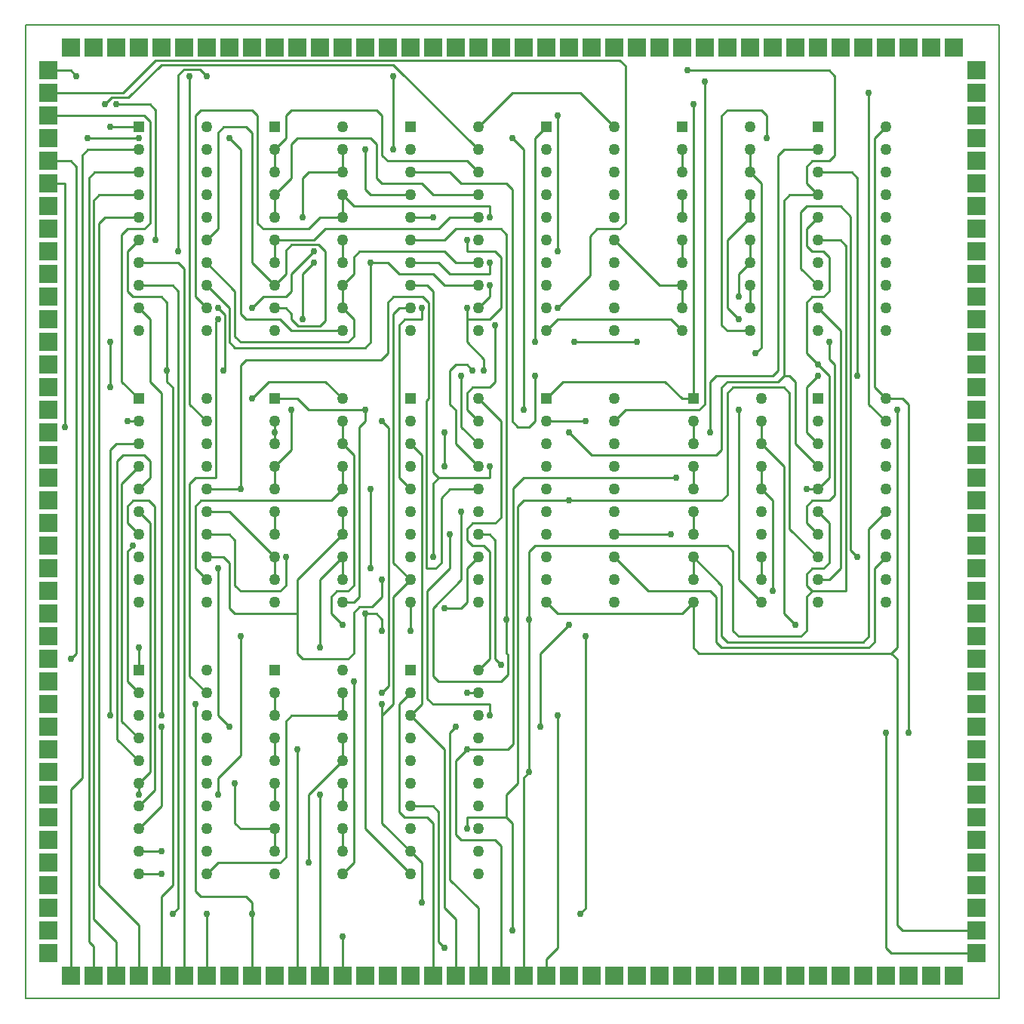
<source format=gbr>
G04 PROTEUS GERBER X2 FILE*
%TF.GenerationSoftware,Labcenter,Proteus,8.13-SP0-Build31525*%
%TF.CreationDate,2022-07-18T16:48:07+00:00*%
%TF.FileFunction,Copper,L2,Bot*%
%TF.FilePolarity,Positive*%
%TF.Part,Single*%
%TF.SameCoordinates,{41493df7-e33e-458f-ac9c-d164e56dbbe3}*%
%FSLAX45Y45*%
%MOMM*%
G01*
%TA.AperFunction,Conductor*%
%ADD10C,0.254000*%
%TA.AperFunction,ViaPad*%
%ADD11C,0.762000*%
%TA.AperFunction,ComponentPad*%
%ADD12R,2.032000X2.032000*%
%TA.AperFunction,ComponentPad*%
%ADD13R,1.270000X1.270000*%
%ADD14C,1.270000*%
%TA.AperFunction,Profile*%
%ADD15C,0.203200*%
%TD.AperFunction*%
D10*
X-571500Y+1270000D02*
X-571500Y+698501D01*
X-381000Y+508000D01*
X-381000Y+508001D01*
X-2667000Y+508000D02*
X-2667000Y+635000D01*
X-2667000Y+762000D01*
X-444500Y+1333500D02*
X-508000Y+1397000D01*
X-635000Y+1397000D01*
X-698500Y+1333500D01*
X-698500Y+952500D01*
X-635000Y+889000D01*
X-635000Y+508000D01*
X-381000Y+254000D01*
X-2667000Y+254000D02*
X-2476500Y+444500D01*
X-2476500Y+889000D01*
X-2667000Y+254000D02*
X-2667000Y+127000D01*
X-2667000Y+0D01*
X-3175000Y+0D02*
X-3048000Y+0D01*
X-3175000Y+0D02*
X-3429000Y+0D01*
X-3048000Y+0D02*
X-3048000Y+1389718D01*
X-2984500Y+1453218D01*
X-1467782Y+1453218D01*
X-1397000Y+1524000D01*
X-1397000Y+2095500D01*
X-1333500Y+2159000D01*
X-1003300Y+2159000D01*
X-939800Y+2095500D01*
X-939800Y+1016000D01*
X-965200Y+990600D01*
X-965200Y-889000D01*
X-857250Y-889000D01*
X-793750Y-825500D01*
X-793750Y-95250D01*
X-698500Y+0D01*
X-381000Y+0D01*
X-2667000Y-254000D02*
X-2667000Y-508000D01*
X-2667000Y-762000D02*
X-3175000Y-254000D01*
X-3429000Y-254000D01*
X-2667000Y-762000D02*
X-2667000Y-1016000D01*
X-1905000Y-762000D02*
X-2159000Y-1016000D01*
X-2159000Y-1778000D01*
X-127000Y-1968500D02*
X-190500Y-1905000D01*
X-190500Y-571500D01*
X-254000Y-508000D01*
X-381000Y-508000D01*
X-2540000Y-762000D02*
X-2540000Y-1079500D01*
X-2603500Y-1143000D01*
X-3048000Y-1143000D01*
X-3111500Y-1079500D01*
X-3111500Y-571500D01*
X-3175000Y-508000D01*
X-3429000Y-508000D01*
X-1905000Y-762000D02*
X-1905000Y-889000D01*
X-1905000Y-1016000D01*
X-2413000Y-1397000D02*
X-3111500Y-1397000D01*
X-3175000Y-1333500D01*
X-3175000Y-825500D01*
X-3238500Y-762000D01*
X-3429000Y-762000D01*
X-1905000Y-508000D02*
X-2413000Y-1016000D01*
X-2413000Y-1397000D01*
X-762000Y-1333500D02*
X-571500Y-1333500D01*
X-508000Y-1270000D01*
X-508000Y-889000D01*
X-381000Y-762000D01*
X-2413000Y-1397000D02*
X-2413000Y-1841500D01*
X-2349500Y-1905000D01*
X-1841500Y-1905000D01*
X-1778000Y-1841500D01*
X-1778000Y-1384300D01*
X-1714500Y-1320800D01*
X-1574800Y-1320800D01*
X-1460500Y-1206500D01*
X-1460500Y-1016000D01*
X-1905000Y-381000D02*
X-1905000Y-254000D01*
X-1905000Y-508000D02*
X-1905000Y-381000D01*
X-1905000Y+0D02*
X-2032000Y-127000D01*
X-3492500Y-127000D01*
X-3556000Y-190500D01*
X-3556000Y-889000D01*
X-3429000Y-1016000D01*
X-1587500Y+0D02*
X-1587500Y-889000D01*
X-1905000Y+127000D02*
X-1905000Y+254000D01*
X-1905000Y+0D02*
X-1905000Y+127000D01*
X-1905000Y+508000D02*
X-1778000Y+381001D01*
X-1778000Y-1079500D01*
X-1841500Y-1143000D01*
X-1968500Y-1143000D01*
X-2032000Y-1206500D01*
X-2032000Y-1397000D01*
X-1905000Y-1524000D01*
X-1905000Y+508001D02*
X-1905000Y+508000D01*
X-1905000Y+762000D01*
X-1905000Y+762001D01*
X-2667000Y-2540000D02*
X-2667000Y-2286000D01*
X-2667000Y-2794000D02*
X-2667000Y-3048000D01*
X-2667000Y-3302000D02*
X-2667000Y-3556000D01*
X-2667000Y-3810000D02*
X-3048000Y-3810000D01*
X-3111500Y-3746500D01*
X-3111500Y-3302000D01*
X-2667000Y-3810000D02*
X-2667000Y-4064000D01*
X-1905000Y-3810000D02*
X-1905000Y-4064000D01*
X-1905000Y-3556000D02*
X-1905000Y-3302000D01*
X-1905000Y-3048000D02*
X-2286000Y-3429000D01*
X-2286000Y-4191000D01*
X-1905000Y-3048000D02*
X-1905000Y-2794000D01*
X-1905000Y-2540000D02*
X-2476499Y-2539999D01*
X-2540000Y-2603500D01*
X-2540000Y-4127500D01*
X-2603500Y-4191000D01*
X-3302000Y-4191000D01*
X-3429000Y-4318000D01*
X-1905000Y-2539999D02*
X-1905000Y-2540000D01*
X-1905000Y-2286000D01*
X-1905000Y-2285999D01*
X+2032000Y+508000D02*
X+2032000Y+762000D01*
X+2032000Y+254000D02*
X+2032000Y+0D01*
X+2032000Y-254000D02*
X+2032000Y-508000D01*
X+2032000Y-762000D02*
X+2349500Y-1079500D01*
X+2349500Y-1651000D01*
X+2413000Y-1714500D01*
X+3937000Y-1714500D01*
X+4000500Y-1651000D01*
X+4000500Y-444500D01*
X+4191000Y-254000D01*
X+2032000Y-762000D02*
X+2032000Y-1016000D01*
X+1778000Y-508000D02*
X+1143000Y-508000D01*
X+2794000Y-762000D02*
X+2794000Y-1016000D01*
X+1143000Y-762000D02*
X+1524000Y-1143000D01*
X+2222500Y-1143000D01*
X+2286000Y-1206500D01*
X+2286000Y-1714500D01*
X+2349500Y-1778000D01*
X+4000500Y-1778000D01*
X+4064000Y-1714500D01*
X+4064000Y-889000D01*
X+4191000Y-762000D01*
X+2794000Y+0D02*
X+2921000Y-127000D01*
X+2921000Y-1143000D01*
X+2794000Y+0D02*
X+2794000Y+254000D01*
X+2794000Y+508000D02*
X+3048000Y+254001D01*
X+3048000Y-1397000D01*
X+3175000Y-1524000D01*
X+2794000Y+508001D02*
X+2794000Y+508000D01*
X+2794000Y+762000D01*
X+2794000Y+762001D01*
X+1905000Y+3556000D02*
X+1905000Y+3810000D01*
X+1905000Y+3302000D02*
X+1905000Y+3048000D01*
X+1905000Y+2794000D02*
X+1905000Y+2540000D01*
X+1905000Y+2286000D02*
X+1651000Y+2286000D01*
X+1143000Y+2794000D01*
X+1905000Y+2286000D02*
X+1905000Y+2032000D01*
X+2667000Y+2286000D02*
X+2667000Y+2032000D01*
X+2667000Y+2540000D02*
X+2540000Y+2413000D01*
X+2540000Y+2159000D01*
X+2667000Y+2540000D02*
X+2667000Y+2794000D01*
X+2667000Y+3048000D02*
X+2413000Y+2794000D01*
X+2413000Y+2032000D01*
X+2540000Y+1905000D01*
X+2667000Y+3048000D02*
X+2667000Y+3302000D01*
X+2667000Y+3556000D02*
X+2794000Y+3429001D01*
X+2794000Y+1587500D01*
X+2730500Y+1524000D01*
X+2667000Y+3556001D02*
X+2667000Y+3556000D01*
X+2667000Y+3810000D01*
X+2667000Y+3810001D01*
X-2667000Y+3810000D02*
X-2540000Y+3937000D01*
X-2540000Y+4191000D01*
X-2476500Y+4254500D01*
X-1524000Y+4254500D01*
X-1460500Y+4191000D01*
X-1460500Y+3746500D01*
X-1397000Y+3683000D01*
X-507999Y+3683000D01*
X-381000Y+3556000D01*
X-381000Y+3556001D01*
X-2667000Y+3810000D02*
X-2667000Y+3556000D01*
X-2667000Y+3302000D02*
X-2476500Y+3492500D01*
X-2476500Y+3873500D01*
X-2413000Y+3937000D01*
X-1587500Y+3937000D01*
X-1524000Y+3873500D01*
X-1524000Y+3492500D01*
X-1460500Y+3429000D01*
X-1016000Y+3429000D01*
X-889000Y+3302000D01*
X-381000Y+3302000D01*
X-2667000Y+3302000D02*
X-2667000Y+3175000D01*
X-2667000Y+3048000D01*
X-2667000Y+2794000D02*
X-2222500Y+2794000D01*
X-2095500Y+2921000D01*
X-825500Y+2921000D01*
X-698500Y+3048000D01*
X-381000Y+3048000D01*
X-2667000Y+2794000D02*
X-2667000Y+2667000D01*
X-2667000Y+2540000D01*
X-2667000Y+2286000D02*
X-2921000Y+2540000D01*
X-2921000Y+4000500D01*
X-2984500Y+4064000D01*
X-3238500Y+4064000D01*
X-3302000Y+4000500D01*
X-3302000Y+2921000D01*
X-3429000Y+2794000D01*
X+508000Y+4191000D02*
X+508000Y+2667000D01*
X-4000500Y+2794000D02*
X-4000500Y+4254500D01*
X-4064000Y+4318000D01*
X-4445000Y+4318000D01*
X-2667000Y+2286000D02*
X-2540000Y+2413000D01*
X-2540000Y+2679700D01*
X-2476500Y+2743200D01*
X-2171700Y+2743200D01*
X-2095500Y+2667000D01*
X-2095500Y+1892300D01*
X-2159000Y+1828800D01*
X-2400300Y+1828800D01*
X-2476500Y+1905000D01*
X-2476500Y+1968500D01*
X-2540000Y+2032000D01*
X-2667000Y+2032000D01*
X-1905000Y+2032000D02*
X-1778000Y+1905000D01*
X-1778000Y+1714500D01*
X-1841500Y+1651000D01*
X-3048000Y+1651000D01*
X-3111500Y+1714500D01*
X-3111500Y+2222500D01*
X-3429000Y+2540000D01*
X-1905000Y+2286000D02*
X-1778000Y+2413000D01*
X-1778000Y+2603500D01*
X-1714500Y+2667000D01*
X-762000Y+2667000D01*
X-635000Y+2540000D01*
X-381000Y+2540000D01*
X-1905000Y+2286000D02*
X-1905000Y+2159000D01*
X-1905000Y+2032000D02*
X-1905000Y+2159000D01*
X-1587500Y+2540000D02*
X-1587500Y+1651000D01*
X-1651000Y+1587500D01*
X-3111500Y+1587500D01*
X-3175000Y+1651000D01*
X-3175000Y+2032000D01*
X-3429000Y+2286000D01*
X-1587500Y+2540000D02*
X-1397000Y+2540000D01*
X-1270000Y+2413000D01*
X-889000Y+2413000D01*
X-762000Y+2286000D01*
X-381000Y+2286000D01*
X-1905000Y+2667000D02*
X-1905000Y+2794000D01*
X-1905000Y+2540000D02*
X-1905000Y+2667000D01*
X-1905000Y+3048000D02*
X-2159000Y+3048000D01*
X-2286000Y+2921000D01*
X-2794000Y+2921000D01*
X-2857500Y+2984500D01*
X-2857500Y+4191000D01*
X-2921000Y+4254500D01*
X-3492500Y+4254500D01*
X-3556000Y+4191000D01*
X-3556000Y+2159000D01*
X-3429000Y+2032000D01*
X-254000Y+2286000D02*
X-254000Y+2159000D01*
X-381000Y+2032000D01*
X-1905000Y+3302000D02*
X-1778000Y+3175000D01*
X-254000Y+3175000D01*
X-254000Y+3048000D01*
X-1905000Y+3048000D02*
X-1905000Y+3302000D01*
X-2222500Y+2540000D02*
X-2349500Y+2413000D01*
X-2349500Y+1905000D01*
X-1905000Y+3556000D02*
X-2285999Y+3556001D01*
X-2349500Y+3492500D01*
X-2349500Y+3048000D01*
X-1905000Y+3556001D02*
X-1905000Y+3556000D01*
X-1905000Y+3810000D01*
X-1905000Y+3810001D01*
X-4191000Y+3810000D02*
X-4762500Y+3810000D01*
X-4826000Y+3746500D01*
X-4826000Y-3238500D01*
X-4953000Y-3365500D01*
X-4953000Y-5461000D01*
X-4191000Y+254000D02*
X-4381500Y+63500D01*
X-4381500Y-2603500D01*
X-4191000Y-2794000D01*
X-2413000Y-2921000D02*
X-2413000Y-5461000D01*
X-4191000Y+0D02*
X-4064000Y+127000D01*
X-4064000Y+317500D01*
X-4127500Y+381000D01*
X-4368800Y+381000D01*
X-4432300Y+317500D01*
X-4432300Y-2806700D01*
X-4191000Y-3048000D01*
X-2159000Y-3429000D02*
X-2159000Y-5461000D01*
X-4191000Y-254000D02*
X-4064000Y-381000D01*
X-4064000Y-3175000D01*
X-4191000Y-3302000D01*
X-1905000Y-5016500D02*
X-1905000Y-5461000D01*
X-4191000Y-3302000D02*
X-4191000Y-3429000D01*
X-4191000Y-508000D02*
X-4318000Y-381000D01*
X-4318000Y-190500D01*
X-4254500Y-127000D01*
X-4076700Y-127000D01*
X-4013200Y-190500D01*
X-4013200Y-3378200D01*
X-4191000Y-3556000D01*
X-3302000Y-889000D02*
X-3302000Y-2540000D01*
X-3175000Y-2667000D01*
X-4191000Y-3810000D02*
X-3937000Y-3556000D01*
X-3937000Y-2667000D01*
X-3302000Y-3429000D02*
X-3302000Y-3238500D01*
X-3048000Y-2984500D01*
X-3048000Y-1651000D01*
X-4191000Y-4064000D02*
X-3937000Y-4064000D01*
X-4191000Y+3556000D02*
X-4686300Y+3556000D01*
X-4749800Y+3492500D01*
X-4749800Y-5080000D01*
X-4699000Y-5130800D01*
X-4699000Y-5461000D01*
X-4191000Y+3302000D02*
X-4635500Y+3302000D01*
X-4699000Y+3238500D01*
X-4699000Y-4826000D01*
X-4445000Y-5080000D01*
X-4445000Y-5461000D01*
X-4191000Y+3048000D02*
X-4572000Y+3048000D01*
X-4635500Y+2984500D01*
X-4635500Y-4445000D01*
X-4191000Y-4889500D01*
X-4191000Y-5461000D01*
X-3873500Y+1333500D02*
X-3873500Y+2095500D01*
X-3937000Y+2159000D01*
X-4254500Y+2159000D01*
X-4318000Y+2222500D01*
X-4318000Y+2667000D01*
X-4191000Y+2794000D01*
X-3873500Y+1333500D02*
X-3873500Y+1206500D01*
X-3810000Y+1143000D01*
X-3810000Y-4445000D01*
X-3937000Y-4572000D01*
X-3937000Y-5461000D01*
X-2921000Y+2032000D02*
X-2794000Y+2159000D01*
X-2540000Y+2159000D01*
X-2476500Y+2222500D01*
X-2476500Y+2413000D01*
X-2222500Y+2667000D01*
X-3238500Y+1333500D02*
X-3225800Y+1346200D01*
X-3225800Y+1955800D01*
X-3302000Y+2032000D01*
X-4191000Y+2540000D02*
X-3746500Y+2540000D01*
X-3683000Y+2476500D01*
X-3683000Y-5461000D01*
X-4191000Y+2286000D02*
X-3810000Y+2286000D01*
X-3746500Y+2222500D01*
X-3746500Y-4699000D01*
X-3810000Y-4762500D01*
X-3429000Y-4762500D02*
X-3429000Y-5461000D01*
X-4191000Y+2032000D02*
X-4064000Y+1905000D01*
X-4064000Y+1206500D01*
X-3937000Y+1079500D01*
X-3937000Y-2540000D01*
X-4191000Y-2286000D02*
X-4318000Y-2159000D01*
X-4318000Y-698500D01*
X-4254500Y-635000D01*
X-4318000Y+762000D02*
X-4191000Y+762000D01*
X-2921000Y-4762500D02*
X-2921000Y-5461000D01*
X+825500Y-1651000D02*
X+825500Y-4699000D01*
X+762000Y-4762500D01*
X+825500Y+762000D02*
X+381000Y+762000D01*
X-2921000Y-4699000D02*
X-2921000Y-4762500D01*
X-2921000Y-4699000D02*
X-2921000Y-4635500D01*
X-2984500Y-4572000D01*
X-3492500Y-4572000D01*
X-3556000Y-4508500D01*
X-3556000Y-2413000D01*
X-4191000Y+508000D02*
X-4445000Y+508000D01*
X-4508500Y+444500D01*
X-4508500Y-2540000D01*
X+2222500Y+635000D02*
X+2222500Y+1206500D01*
X+2286000Y+1270000D01*
X+2921000Y+1270000D01*
X+2984500Y+1333500D01*
X+2984500Y+3746500D01*
X+3048000Y+3810000D01*
X+3429000Y+3810000D01*
X-1143000Y-2286000D02*
X-1270000Y-2413000D01*
X-1270000Y-3619500D01*
X-1206500Y-3683000D01*
X-952500Y-3683000D01*
X-889000Y-3746500D01*
X-889000Y-5461000D01*
X+127000Y+889000D02*
X+127000Y+3810000D01*
X+0Y+3937000D01*
X-1460500Y-2286000D02*
X-1384300Y-2209800D01*
X-1384300Y+685800D01*
X-1460500Y+762000D01*
X+254000Y+1270000D02*
X+254000Y+762000D01*
X+190500Y+698500D01*
X+63500Y+698500D01*
X+0Y+762000D01*
X+0Y+3365500D01*
X-63500Y+3429000D01*
X-571500Y+3429000D01*
X-698500Y+3556000D01*
X-1143000Y+3556000D01*
X-1143000Y-2540000D02*
X-762000Y-2921000D01*
X-762000Y-4699000D01*
X-635000Y-4826000D01*
X-635000Y-5461000D01*
X-1143000Y+508000D02*
X-1016000Y+381000D01*
X-1016000Y-2413000D01*
X-1143000Y-2540000D01*
X+3873500Y+1270000D02*
X+3873500Y+3492500D01*
X+3810000Y+3556000D01*
X+3429000Y+3556000D01*
X+3429000Y+1270000D02*
X+3302000Y+1143000D01*
X+3302000Y+635000D01*
X+3429000Y+508000D01*
X+3048000Y+1270000D02*
X+2984500Y+1206500D01*
X+2413000Y+1206500D01*
X+2349500Y+1143000D01*
X+2349500Y+444500D01*
X+2286000Y+381000D01*
X+889000Y+381000D01*
X+635000Y+635000D01*
X+3048000Y+1270000D02*
X+3111500Y+1270000D01*
X+3175000Y+1206500D01*
X+3175000Y+508000D01*
X+3429000Y+254000D01*
X-635000Y-2667000D02*
X-698500Y-2730500D01*
X-698500Y-4381500D01*
X-381000Y-4699000D01*
X-381000Y-5461000D01*
X+317500Y-2667000D02*
X+317500Y-1841500D01*
X+635000Y-1524000D01*
X-762000Y+635000D02*
X-762000Y+254000D01*
X-1651000Y+3810000D02*
X-1651000Y+3365500D01*
X-1587500Y+3302000D01*
X-1143000Y+3302000D01*
X-1333500Y+4635500D02*
X-1333500Y+3810000D01*
X+3429000Y+3302000D02*
X+3302000Y+3429000D01*
X+3302000Y+3619500D01*
X+3365500Y+3683000D01*
X+3556000Y+3683000D01*
X+3619500Y+3746500D01*
X+3619500Y+4635500D01*
X+3556000Y+4699000D01*
X+1968500Y+4699000D01*
X+3429000Y+3302000D02*
X+3111500Y+3302000D01*
X+3048000Y+3238500D01*
X+3048000Y+1270000D01*
X-508000Y+2794000D02*
X-508000Y+2667000D01*
X-190500Y+2667000D01*
X-127000Y+2603500D01*
X-127000Y+2032000D01*
X-254000Y+1905000D01*
X-508000Y+1905000D01*
X-317500Y+1333500D02*
X-317500Y+1460500D01*
X-508000Y+1651000D01*
X-508000Y+1905000D01*
X-508000Y-2921000D02*
X-635000Y-3048000D01*
X-635000Y-3873500D01*
X-571500Y-3937000D01*
X-190500Y-3937000D01*
X-127000Y-4000500D01*
X-127000Y-5461000D01*
X-508000Y-2921000D02*
X-50800Y-2921000D01*
X+12700Y-2857500D01*
X+12700Y+12700D01*
X+127000Y+127000D01*
X+1841500Y+127000D01*
X+3429000Y+0D02*
X+3302000Y+0D01*
X+3429000Y+1397000D02*
X+3302000Y+1524000D01*
X+3302000Y+2095500D01*
X+3365500Y+2159000D01*
X+3492500Y+2159000D01*
X+3556000Y+2222500D01*
X+3556000Y+2603500D01*
X+3492500Y+2667000D01*
X+3365500Y+2667000D01*
X+3302000Y+2730500D01*
X+3302000Y+2921000D01*
X+3429000Y+3048000D01*
X-889000Y+3048000D02*
X-1143000Y+3048000D01*
X-508000Y+2032000D02*
X-508000Y+1905000D01*
X-1016000Y+2032000D02*
X-1016000Y+1905000D01*
X-1206500Y+1905000D01*
X-1270000Y+1841500D01*
X-1270000Y+127000D01*
X-1143000Y+0D01*
X+3429000Y+0D02*
X+3556000Y+127000D01*
X+3556000Y+1270000D01*
X+3429000Y+1397000D01*
X-63500Y-1333500D02*
X-63500Y+2857500D01*
X-127000Y+2921000D01*
X-635000Y+2921000D01*
X-762000Y+2794000D01*
X-1143000Y+2794000D01*
X+3746500Y-1143000D02*
X+3746500Y+2730500D01*
X+3683000Y+2794000D01*
X+3429000Y+2794000D01*
X+190500Y-3175000D02*
X+127000Y-3238500D01*
X+127000Y-5461000D01*
X+3746500Y-1143000D02*
X+3365500Y-1143000D01*
X+190500Y-1460500D02*
X+190500Y-698500D01*
X+254000Y-635000D01*
X+2413000Y-635000D01*
X+2476500Y-698500D01*
X+2476500Y-1587500D01*
X+2540000Y-1651000D01*
X+3238500Y-1651000D01*
X+3302000Y-1587500D01*
X+3302000Y-1206500D01*
X+3365500Y-1143000D01*
X+3302000Y-1079500D01*
X+3302000Y-952500D01*
X+3365500Y-889000D01*
X+3492500Y-889000D01*
X+3556000Y-825500D01*
X+3556000Y-381000D01*
X+3429000Y-254000D01*
X+190500Y-3048000D02*
X+190500Y-1460500D01*
X+190500Y-3048000D02*
X+190500Y-3175000D01*
X-63500Y-1460500D02*
X-63500Y-1333500D01*
X-63500Y-1841500D02*
X-50800Y-1854200D01*
X-50800Y-2082800D01*
X-127000Y-2159000D01*
X-825500Y-2159000D01*
X-889000Y-2095500D01*
X-889000Y-1333500D01*
X-571500Y-1016000D01*
X-571500Y-254000D01*
X-63500Y-1841500D02*
X-63500Y-1460500D01*
X+508000Y-2540000D02*
X+508000Y-5143500D01*
X+381000Y-5270500D01*
X-762000Y-5143500D02*
X-825500Y-5080000D01*
X-825500Y-3619500D01*
X-889000Y-3556000D01*
X-1143000Y-3556000D01*
X-254000Y+2540000D02*
X-254000Y+2413000D01*
X-698500Y+2413000D01*
X-825500Y+2540000D01*
X-1143000Y+2540000D01*
X+1397000Y+1651000D02*
X+698500Y+1651000D01*
X+3429000Y-508000D02*
X+3302000Y-381000D01*
X+3302000Y-190500D01*
X+3365500Y-127000D01*
X+3556000Y-127000D01*
X+3619500Y-63500D01*
X+3619500Y+1397000D01*
X+3556000Y+1460500D01*
X+3556000Y+1651000D01*
X-698500Y-508000D02*
X-698500Y-889000D01*
X-952500Y-1143000D01*
X-952500Y-2349500D01*
X-889000Y-2413000D01*
X-254000Y-2413000D01*
X-254000Y-2540000D01*
X+381000Y-5461000D02*
X+381000Y-5270500D01*
X-63500Y-3683000D02*
X-63500Y-3429000D01*
X+63500Y-3302000D01*
X+63500Y-190500D01*
X+127000Y-127000D01*
X+635000Y-127000D01*
X+3429000Y-762000D02*
X+3111500Y-444500D01*
X+3111500Y+1079500D01*
X+3048000Y+1143000D01*
X+2476500Y+1143000D01*
X+2413000Y+1079500D01*
X+2413000Y-63500D01*
X+2349500Y-127000D01*
X+635000Y-127000D01*
X-825500Y+127000D02*
X-889000Y+190500D01*
X-889000Y+2222500D01*
X-952500Y+2286000D01*
X-1143000Y+2286000D01*
X-825500Y+127000D02*
X-254000Y+127000D01*
X-254000Y+254000D01*
X-63500Y-3683000D02*
X+0Y-3746500D01*
X+0Y-4953000D01*
X+3873500Y-762000D02*
X+3797300Y-685800D01*
X+3797300Y+3060700D01*
X+3683000Y+3175000D01*
X+3302000Y+3175000D01*
X+3238500Y+3111500D01*
X+3238500Y+2476500D01*
X+3429000Y+2286000D01*
X-825500Y+127000D02*
X-889000Y+63500D01*
X-889000Y-762000D01*
X-63500Y-3683000D02*
X-508000Y-3683000D01*
X-508000Y-3810000D01*
X-1143000Y-4064000D02*
X-1460500Y-3746500D01*
X-1460500Y-2540000D01*
X-1143000Y-1016000D02*
X-1333500Y-1206500D01*
X-1333500Y-2413000D01*
X-1460500Y-2540000D01*
X-1143000Y-1016000D02*
X-1333500Y-825500D01*
X-1333500Y+1968500D01*
X-1270000Y+2032000D01*
X-1143000Y+2032000D01*
X-1460500Y-2413000D02*
X-1460500Y-2540000D01*
X+3556000Y-1016000D02*
X+3683000Y-889000D01*
X+3683000Y+1778000D01*
X+3429000Y+2032000D01*
X-1143000Y-4064000D02*
X-1016000Y-4191000D01*
X-1016000Y-4635500D01*
X+3429000Y-1016000D02*
X+3556000Y-1016000D01*
X+4254500Y-1841500D02*
X+4318000Y-1905000D01*
X+4318000Y-4889500D01*
X+4381500Y-4953000D01*
X+5207000Y-4953000D01*
X-1651000Y-1397000D02*
X-1524000Y-1397000D01*
X-1460500Y-1460500D01*
X-1460500Y-1587500D01*
X+2032000Y-1270000D02*
X+2032000Y-1778000D01*
X+2095500Y-1841500D01*
X+4254500Y-1841500D01*
X+2032000Y-1270000D02*
X+1905000Y-1397000D01*
X+508000Y-1397000D01*
X+381000Y-1270000D01*
X+1905000Y+1778000D02*
X+1778000Y+1905000D01*
X+508000Y+1905000D01*
X+381000Y+1778000D01*
X-1143000Y-1587500D02*
X-1143000Y-1270000D01*
X-3937000Y-4318000D02*
X-4191000Y-4318000D01*
X+4254500Y-1841500D02*
X+4318000Y-1778000D01*
X+4318000Y+889000D01*
X-1143000Y-4318000D02*
X-1651000Y-3810000D01*
X-1651000Y-1397000D01*
X-4762500Y+3937000D02*
X-4191000Y+3937000D01*
X-4572000Y+4318000D02*
X-4495800Y+4394200D01*
X-4305300Y+4394200D01*
X-3937000Y+4762500D01*
X-1333499Y+4762500D01*
X-381000Y+3810000D01*
X-381000Y+3810001D01*
X-3175000Y+3937000D02*
X-3048000Y+3810000D01*
X-3048000Y+1968500D01*
X-2984500Y+1905000D01*
X-2603500Y+1905000D01*
X-2476500Y+1778000D01*
X-1905000Y+1778000D01*
X-4191000Y+4064000D02*
X-4191001Y+4063999D01*
X-4508499Y+4063999D01*
X-4508500Y+4064000D01*
X+2857500Y+3937000D02*
X+2857500Y+4191000D01*
X+2794000Y+4254500D01*
X+2413000Y+4254500D01*
X+2349500Y+4191000D01*
X+2349500Y+1841500D01*
X+2413000Y+1778000D01*
X+2667000Y+1778000D01*
X-4508500Y+1651000D02*
X-4508500Y+1143000D01*
X+381000Y+4064000D02*
X+254000Y+3937000D01*
X+254000Y+1651000D01*
X-3619500Y+4635500D02*
X-3619500Y+952501D01*
X-3429000Y+762000D01*
X-3429000Y+762001D01*
X-4889500Y+4635500D02*
X-4953000Y+4699000D01*
X-5207000Y+4699000D01*
X+508000Y+2032000D02*
X+873034Y+2397034D01*
X+873034Y+2841534D01*
X+952500Y+2921000D01*
X+1206500Y+2921000D01*
X+1270000Y+2984500D01*
X+1270000Y+4749800D01*
X+1206500Y+4813300D01*
X-4000500Y+4813300D01*
X-4368800Y+4445000D01*
X-5207000Y+4445000D01*
X-190500Y+1841500D02*
X-190500Y+1206500D01*
X-254000Y+1143000D01*
X-444500Y+1143000D01*
X-508000Y+1079500D01*
X-508000Y+889001D01*
X-381000Y+762000D01*
X-381000Y+762001D01*
X-4191000Y+1016000D02*
X-4381500Y+1206500D01*
X-4381500Y+2857500D01*
X-4318000Y+2921000D01*
X-4127500Y+2921000D01*
X-4064000Y+2984500D01*
X-4064000Y+4127500D01*
X-4127500Y+4191000D01*
X-5207000Y+4191000D01*
X-1651000Y+889000D02*
X-1651000Y+762000D01*
X-1714500Y+698500D01*
X-1714500Y-1206500D01*
X-1778000Y-1270000D01*
X-1905000Y-1270000D01*
X-2667000Y+1016000D02*
X-2413000Y+1016000D01*
X-2286000Y+889000D01*
X-1651000Y+889000D01*
X-3746500Y+2667000D02*
X-3746500Y+4648200D01*
X-3683000Y+4711700D01*
X-3505200Y+4711700D01*
X-3429000Y+4635500D01*
X-3302000Y+1905000D02*
X-3321050Y+1885950D01*
X-3321050Y+127000D01*
X-3556000Y+127000D01*
X-3619500Y+63500D01*
X-3619500Y-2095499D01*
X-3429000Y-2286000D01*
X-3429000Y-2285999D01*
X-4953000Y-1905000D02*
X-4889500Y-1841500D01*
X-4889500Y+3619500D01*
X-4953000Y+3683000D01*
X-5207000Y+3683000D01*
X-508000Y-2286000D02*
X-381000Y-2286000D01*
X-381001Y-2286000D01*
X-381000Y-2285999D01*
X-5016500Y+698500D02*
X-5016500Y+3429000D01*
X-5207000Y+3429000D01*
X-4191000Y-2032000D02*
X-4191000Y-1778000D01*
X-1778000Y-2159000D02*
X-1778000Y-4191000D01*
X-1905000Y-4318000D01*
X+2159000Y+4572000D02*
X+2159000Y+952500D01*
X+2095500Y+889000D01*
X+1269999Y+889000D01*
X+1143000Y+762000D01*
X+1143000Y+762001D01*
X+4000500Y+4445000D02*
X+4000500Y+952501D01*
X+4191000Y+762000D01*
X+4191000Y+762001D01*
X+2540000Y+889000D02*
X+2540000Y-1016000D01*
X+2794000Y-1270000D01*
X+2032000Y+1016000D02*
X+1905000Y+1016000D01*
X+1714500Y+1206500D01*
X+571500Y+1206500D01*
X+381000Y+1016000D01*
X+2032000Y+1016000D02*
X+2032000Y+4318000D01*
X+4191000Y+1016000D02*
X+4381500Y+1016000D01*
X+4445000Y+952500D01*
X+4445000Y-2730500D01*
X+4191000Y-2730500D02*
X+4191000Y-5143500D01*
X+4254500Y-5207000D01*
X+5207000Y-5207000D01*
X+4191000Y+4064000D02*
X+4064000Y+3937000D01*
X+4064000Y+1143000D01*
X+4191000Y+1016000D01*
X-381000Y+1016000D02*
X-127000Y+762000D01*
X-127000Y-317500D01*
X-190500Y-381000D01*
X-444500Y-381000D01*
X-508000Y-444500D01*
X-508000Y-571500D01*
X-444500Y-635000D01*
X-317500Y-635000D01*
X-254000Y-698500D01*
X-254000Y-1905000D01*
X-381000Y-2032000D01*
X-381000Y+4064000D02*
X+0Y+4445000D01*
X+762000Y+4445000D01*
X+1143000Y+4064000D01*
X-1905000Y+1016000D02*
X-2095500Y+1206500D01*
X-2730500Y+1206500D01*
X-2921000Y+1016000D01*
D11*
X-571500Y+1270000D03*
X-2667000Y+635000D03*
X-444500Y+1333500D03*
X-2476500Y+889000D03*
X-3048000Y+0D03*
X-2159000Y-1778000D03*
X-127000Y-1968500D03*
X-2540000Y-762000D03*
X-762000Y-1333500D03*
X-1460500Y-1016000D03*
X-1587500Y-889000D03*
X-1587500Y+0D03*
X-1905000Y-1524000D03*
X-3111500Y-3302000D03*
X-2286000Y-4191000D03*
X+1778000Y-508000D03*
X+2921000Y-1143000D03*
X+3175000Y-1524000D03*
X+2540000Y+2159000D03*
X+2540000Y+1905000D03*
X+2730500Y+1524000D03*
X+508000Y+2667000D03*
X+508000Y+4191000D03*
X-4445000Y+4318000D03*
X-4000500Y+2794000D03*
X-1587500Y+2540000D03*
X-254000Y+2286000D03*
X-254000Y+3048000D03*
X-2349500Y+1905000D03*
X-2222500Y+2540000D03*
X-2349500Y+3048000D03*
X-2413000Y-2921000D03*
X-2159000Y-3429000D03*
X-1905000Y-5016500D03*
X-4191000Y-3429000D03*
X-3175000Y-2667000D03*
X-3937000Y-2667000D03*
X-3302000Y-889000D03*
X-3048000Y-1651000D03*
X-3302000Y-3429000D03*
X-3937000Y-4064000D03*
X-2222500Y+2667000D03*
X-2921000Y+2032000D03*
X-3302000Y+2032000D03*
X-3238500Y+1333500D03*
X-3873500Y+1333500D03*
X-3810000Y-4762500D03*
X-3429000Y-4762500D03*
X-3937000Y-2540000D03*
X-4254500Y-635000D03*
X-4318000Y+762000D03*
X-2921000Y-4762500D03*
X+762000Y-4762500D03*
X+825500Y-1651000D03*
X+825500Y+762000D03*
X-3556000Y-2413000D03*
X-4508500Y-2540000D03*
X+0Y+3937000D03*
X-1460500Y+762000D03*
X-1460500Y-2286000D03*
X+127000Y+889000D03*
X+2222500Y+635000D03*
X+3873500Y+1270000D03*
X+254000Y+1270000D03*
X+3429000Y+1270000D03*
X+635000Y+635000D03*
X-635000Y-2667000D03*
X+635000Y-1524000D03*
X+317500Y-2667000D03*
X-762000Y+254000D03*
X-762000Y+635000D03*
X-1651000Y+3810000D03*
X-1333500Y+3810000D03*
X-1333500Y+4635500D03*
X+1968500Y+4699000D03*
X+1841500Y+127000D03*
X+3302000Y+0D03*
X-889000Y+3048000D03*
X-508000Y+2794000D03*
X-1016000Y+2032000D03*
X-508000Y+2032000D03*
X+3429000Y+1397000D03*
X-317500Y+1333500D03*
X-508000Y-2921000D03*
X+190500Y-3175000D03*
X+190500Y-1460500D03*
X-63500Y-1460500D03*
X-571500Y-254000D03*
X-762000Y-5143500D03*
X-254000Y+2540000D03*
X+698500Y+1651000D03*
X+1397000Y+1651000D03*
X+3556000Y+1651000D03*
X-254000Y-2540000D03*
X-698500Y-508000D03*
X+508000Y-2540000D03*
X-254000Y+254000D03*
X+0Y-4953000D03*
X+3873500Y-762000D03*
X-889000Y-762000D03*
X-508000Y-3810000D03*
X+635000Y-127000D03*
X-1460500Y-2413000D03*
X-1016000Y-4635500D03*
X-1460500Y-1587500D03*
X-3937000Y-4318000D03*
X+4318000Y+889000D03*
X-1651000Y-1397000D03*
X-1143000Y-1587500D03*
X-4191000Y+3937000D03*
X-4762500Y+3937000D03*
X-4572000Y+4318000D03*
X-3175000Y+3937000D03*
X-4508500Y+4064000D03*
X+2857500Y+3937000D03*
X-4508500Y+1143000D03*
X-4508500Y+1651000D03*
X+254000Y+1651000D03*
X-3619500Y+4635500D03*
X-4889500Y+4635500D03*
X+508000Y+2032000D03*
X-190500Y+1841500D03*
X-1651000Y+889000D03*
X-3429000Y+4635500D03*
X-3746500Y+2667000D03*
X-3302000Y+1905000D03*
X-4953000Y-1905000D03*
X-508000Y-2286000D03*
X-5016500Y+698500D03*
X-4191000Y-1778000D03*
X-1778000Y-2159000D03*
X+2159000Y+4572000D03*
X+4000500Y+4445000D03*
X+2032000Y+4318000D03*
X+2540000Y+889000D03*
X+4445000Y-2730500D03*
X+4191000Y-2730500D03*
X-2921000Y+1016000D03*
D12*
X-2921000Y+4953000D03*
X-2667000Y+4953000D03*
X-2413000Y+4953000D03*
X-2159000Y+4953000D03*
X-1905000Y+4953000D03*
X-1651000Y+4953000D03*
X-1397000Y+4953000D03*
X-1143000Y+4953000D03*
X-889000Y+4953000D03*
X-635000Y+4953000D03*
X-381000Y+4953000D03*
X-127000Y+4953000D03*
X+127000Y+4953000D03*
X+381000Y+4953000D03*
X+635000Y+4953000D03*
X+889000Y+4953000D03*
X+1143000Y+4953000D03*
X+1397000Y+4953000D03*
X+1651000Y+4953000D03*
X+1905000Y+4953000D03*
X+2159000Y+4953000D03*
X+2413000Y+4953000D03*
X+2667000Y+4953000D03*
X+2921000Y+4953000D03*
X+3175000Y+4953000D03*
X+3429000Y+4953000D03*
X+3683000Y+4953000D03*
X+3937000Y+4953000D03*
X+4191000Y+4953000D03*
X+4445000Y+4953000D03*
X+4699000Y+4953000D03*
X+4953000Y+4953000D03*
X-4953000Y+4953000D03*
X-4699000Y+4953000D03*
X-4445000Y+4953000D03*
X-4191000Y+4953000D03*
X-3937000Y+4953000D03*
X-3683000Y+4953000D03*
X-3429000Y+4953000D03*
X-3175000Y+4953000D03*
X-4953000Y-5461000D03*
X-4699000Y-5461000D03*
X-4445000Y-5461000D03*
X-4191000Y-5461000D03*
X-3937000Y-5461000D03*
X-3683000Y-5461000D03*
X-3429000Y-5461000D03*
X-3175000Y-5461000D03*
X-2921000Y-5461000D03*
X-2667000Y-5461000D03*
X-2413000Y-5461000D03*
X-2159000Y-5461000D03*
X-1905000Y-5461000D03*
X-1651000Y-5461000D03*
X-1397000Y-5461000D03*
X-1143000Y-5461000D03*
X-889000Y-5461000D03*
X-635000Y-5461000D03*
X-381000Y-5461000D03*
X-127000Y-5461000D03*
X+127000Y-5461000D03*
X+381000Y-5461000D03*
X+635000Y-5461000D03*
X+889000Y-5461000D03*
X+1143000Y-5461000D03*
X+1397000Y-5461000D03*
X+1651000Y-5461000D03*
X+1905000Y-5461000D03*
X+2159000Y-5461000D03*
X+2413000Y-5461000D03*
X+2667000Y-5461000D03*
X+2921000Y-5461000D03*
X+3175000Y-5461000D03*
X+3429000Y-5461000D03*
X+3683000Y-5461000D03*
X+3937000Y-5461000D03*
X+4191000Y-5461000D03*
X+4445000Y-5461000D03*
X+4699000Y-5461000D03*
X+4953000Y-5461000D03*
X-5207000Y+4699000D03*
X-5207000Y+4445000D03*
X-5207000Y+4191000D03*
X-5207000Y+3937000D03*
X-5207000Y+3683000D03*
X-5207000Y+3429000D03*
X-5207000Y+3175000D03*
X-5207000Y+2921000D03*
X-5207000Y+2667000D03*
X-5207000Y+2413000D03*
X-5207000Y+2159000D03*
X-5207000Y+1905000D03*
X-5207000Y+1651000D03*
X-5207000Y+1397000D03*
X-5207000Y+1143000D03*
X-5207000Y+889000D03*
X-5207000Y+635000D03*
X-5207000Y+381000D03*
X-5207000Y+127000D03*
X-5207000Y-127000D03*
X-5207000Y-381000D03*
X-5207000Y-635000D03*
X-5207000Y-889000D03*
X-5207000Y-1143000D03*
X-5207000Y-1397000D03*
X-5207000Y-1651000D03*
X-5207000Y-1905000D03*
X-5207000Y-2159000D03*
X-5207000Y-2413000D03*
X-5207000Y-2667000D03*
X-5207000Y-2921000D03*
X-5207000Y-3175000D03*
X-5207000Y-3429000D03*
X-5207000Y-3683000D03*
X-5207000Y-3937000D03*
X-5207000Y-4191000D03*
X-5207000Y-4445000D03*
X-5207000Y-4699000D03*
X-5207000Y-4953000D03*
X-5207000Y-5207000D03*
X+5207000Y+4699000D03*
X+5207000Y+4445000D03*
X+5207000Y+4191000D03*
X+5207000Y+3937000D03*
X+5207000Y+3683000D03*
X+5207000Y+3429000D03*
X+5207000Y+3175000D03*
X+5207000Y+2921000D03*
X+5207000Y+2667000D03*
X+5207000Y+2413000D03*
X+5207000Y+2159000D03*
X+5207000Y+1905000D03*
X+5207000Y+1651000D03*
X+5207000Y+1397000D03*
X+5207000Y+1143000D03*
X+5207000Y+889000D03*
X+5207000Y+635000D03*
X+5207000Y+381000D03*
X+5207000Y+127000D03*
X+5207000Y-127000D03*
X+5207000Y-381000D03*
X+5207000Y-635000D03*
X+5207000Y-889000D03*
X+5207000Y-1143000D03*
X+5207000Y-1397000D03*
X+5207000Y-1651000D03*
X+5207000Y-1905000D03*
X+5207000Y-2159000D03*
X+5207000Y-2413000D03*
X+5207000Y-2667000D03*
X+5207000Y-2921000D03*
X+5207000Y-3175000D03*
X+5207000Y-3429000D03*
X+5207000Y-3683000D03*
X+5207000Y-3937000D03*
X+5207000Y-4191000D03*
X+5207000Y-4445000D03*
X+5207000Y-4699000D03*
X+5207000Y-4953000D03*
X+5207000Y-5207000D03*
D13*
X-2667000Y+4064000D03*
D14*
X-2667000Y+3810000D03*
X-2667000Y+3556000D03*
X-2667000Y+3302000D03*
X-2667000Y+3048000D03*
X-2667000Y+2794000D03*
X-2667000Y+2540000D03*
X-2667000Y+2286000D03*
X-2667000Y+2032000D03*
X-2667000Y+1778000D03*
X-1905000Y+1778000D03*
X-1905000Y+2032000D03*
X-1905000Y+2286000D03*
X-1905000Y+2540000D03*
X-1905000Y+2794000D03*
X-1905000Y+3048000D03*
X-1905000Y+3302000D03*
X-1905000Y+3556000D03*
X-1905000Y+3810000D03*
X-1905000Y+4064000D03*
D13*
X-4191000Y+4064000D03*
D14*
X-4191000Y+3810000D03*
X-4191000Y+3556000D03*
X-4191000Y+3302000D03*
X-4191000Y+3048000D03*
X-4191000Y+2794000D03*
X-4191000Y+2540000D03*
X-4191000Y+2286000D03*
X-4191000Y+2032000D03*
X-4191000Y+1778000D03*
X-3429000Y+1778000D03*
X-3429000Y+2032000D03*
X-3429000Y+2286000D03*
X-3429000Y+2540000D03*
X-3429000Y+2794000D03*
X-3429000Y+3048000D03*
X-3429000Y+3302000D03*
X-3429000Y+3556000D03*
X-3429000Y+3810000D03*
X-3429000Y+4064000D03*
D13*
X-1143000Y+4064000D03*
D14*
X-1143000Y+3810000D03*
X-1143000Y+3556000D03*
X-1143000Y+3302000D03*
X-1143000Y+3048000D03*
X-1143000Y+2794000D03*
X-1143000Y+2540000D03*
X-1143000Y+2286000D03*
X-1143000Y+2032000D03*
X-1143000Y+1778000D03*
X-381000Y+1778000D03*
X-381000Y+2032000D03*
X-381000Y+2286000D03*
X-381000Y+2540000D03*
X-381000Y+2794000D03*
X-381000Y+3048000D03*
X-381000Y+3302000D03*
X-381000Y+3556000D03*
X-381000Y+3810000D03*
X-381000Y+4064000D03*
D13*
X-2667000Y+1016000D03*
D14*
X-2667000Y+762000D03*
X-2667000Y+508000D03*
X-2667000Y+254000D03*
X-2667000Y+0D03*
X-2667000Y-254000D03*
X-2667000Y-508000D03*
X-2667000Y-762000D03*
X-2667000Y-1016000D03*
X-2667000Y-1270000D03*
X-1905000Y-1270000D03*
X-1905000Y-1016000D03*
X-1905000Y-762000D03*
X-1905000Y-508000D03*
X-1905000Y-254000D03*
X-1905000Y+0D03*
X-1905000Y+254000D03*
X-1905000Y+508000D03*
X-1905000Y+762000D03*
X-1905000Y+1016000D03*
D13*
X-4191000Y+1016000D03*
D14*
X-4191000Y+762000D03*
X-4191000Y+508000D03*
X-4191000Y+254000D03*
X-4191000Y+0D03*
X-4191000Y-254000D03*
X-4191000Y-508000D03*
X-4191000Y-762000D03*
X-4191000Y-1016000D03*
X-4191000Y-1270000D03*
X-3429000Y-1270000D03*
X-3429000Y-1016000D03*
X-3429000Y-762000D03*
X-3429000Y-508000D03*
X-3429000Y-254000D03*
X-3429000Y+0D03*
X-3429000Y+254000D03*
X-3429000Y+508000D03*
X-3429000Y+762000D03*
X-3429000Y+1016000D03*
D13*
X-1143000Y+1016000D03*
D14*
X-1143000Y+762000D03*
X-1143000Y+508000D03*
X-1143000Y+254000D03*
X-1143000Y+0D03*
X-1143000Y-254000D03*
X-1143000Y-508000D03*
X-1143000Y-762000D03*
X-1143000Y-1016000D03*
X-1143000Y-1270000D03*
X-381000Y-1270000D03*
X-381000Y-1016000D03*
X-381000Y-762000D03*
X-381000Y-508000D03*
X-381000Y-254000D03*
X-381000Y+0D03*
X-381000Y+254000D03*
X-381000Y+508000D03*
X-381000Y+762000D03*
X-381000Y+1016000D03*
D13*
X+1905000Y+4064000D03*
D14*
X+1905000Y+3810000D03*
X+1905000Y+3556000D03*
X+1905000Y+3302000D03*
X+1905000Y+3048000D03*
X+1905000Y+2794000D03*
X+1905000Y+2540000D03*
X+1905000Y+2286000D03*
X+1905000Y+2032000D03*
X+1905000Y+1778000D03*
X+2667000Y+1778000D03*
X+2667000Y+2032000D03*
X+2667000Y+2286000D03*
X+2667000Y+2540000D03*
X+2667000Y+2794000D03*
X+2667000Y+3048000D03*
X+2667000Y+3302000D03*
X+2667000Y+3556000D03*
X+2667000Y+3810000D03*
X+2667000Y+4064000D03*
D13*
X+381000Y+4064000D03*
D14*
X+381000Y+3810000D03*
X+381000Y+3556000D03*
X+381000Y+3302000D03*
X+381000Y+3048000D03*
X+381000Y+2794000D03*
X+381000Y+2540000D03*
X+381000Y+2286000D03*
X+381000Y+2032000D03*
X+381000Y+1778000D03*
X+1143000Y+1778000D03*
X+1143000Y+2032000D03*
X+1143000Y+2286000D03*
X+1143000Y+2540000D03*
X+1143000Y+2794000D03*
X+1143000Y+3048000D03*
X+1143000Y+3302000D03*
X+1143000Y+3556000D03*
X+1143000Y+3810000D03*
X+1143000Y+4064000D03*
D13*
X+3429000Y+4064000D03*
D14*
X+3429000Y+3810000D03*
X+3429000Y+3556000D03*
X+3429000Y+3302000D03*
X+3429000Y+3048000D03*
X+3429000Y+2794000D03*
X+3429000Y+2540000D03*
X+3429000Y+2286000D03*
X+3429000Y+2032000D03*
X+3429000Y+1778000D03*
X+4191000Y+1778000D03*
X+4191000Y+2032000D03*
X+4191000Y+2286000D03*
X+4191000Y+2540000D03*
X+4191000Y+2794000D03*
X+4191000Y+3048000D03*
X+4191000Y+3302000D03*
X+4191000Y+3556000D03*
X+4191000Y+3810000D03*
X+4191000Y+4064000D03*
D13*
X+2032000Y+1016000D03*
D14*
X+2032000Y+762000D03*
X+2032000Y+508000D03*
X+2032000Y+254000D03*
X+2032000Y+0D03*
X+2032000Y-254000D03*
X+2032000Y-508000D03*
X+2032000Y-762000D03*
X+2032000Y-1016000D03*
X+2032000Y-1270000D03*
X+2794000Y-1270000D03*
X+2794000Y-1016000D03*
X+2794000Y-762000D03*
X+2794000Y-508000D03*
X+2794000Y-254000D03*
X+2794000Y+0D03*
X+2794000Y+254000D03*
X+2794000Y+508000D03*
X+2794000Y+762000D03*
X+2794000Y+1016000D03*
D13*
X+381000Y+1016000D03*
D14*
X+381000Y+762000D03*
X+381000Y+508000D03*
X+381000Y+254000D03*
X+381000Y+0D03*
X+381000Y-254000D03*
X+381000Y-508000D03*
X+381000Y-762000D03*
X+381000Y-1016000D03*
X+381000Y-1270000D03*
X+1143000Y-1270000D03*
X+1143000Y-1016000D03*
X+1143000Y-762000D03*
X+1143000Y-508000D03*
X+1143000Y-254000D03*
X+1143000Y+0D03*
X+1143000Y+254000D03*
X+1143000Y+508000D03*
X+1143000Y+762000D03*
X+1143000Y+1016000D03*
D13*
X+3429000Y+1016000D03*
D14*
X+3429000Y+762000D03*
X+3429000Y+508000D03*
X+3429000Y+254000D03*
X+3429000Y+0D03*
X+3429000Y-254000D03*
X+3429000Y-508000D03*
X+3429000Y-762000D03*
X+3429000Y-1016000D03*
X+3429000Y-1270000D03*
X+4191000Y-1270000D03*
X+4191000Y-1016000D03*
X+4191000Y-762000D03*
X+4191000Y-508000D03*
X+4191000Y-254000D03*
X+4191000Y+0D03*
X+4191000Y+254000D03*
X+4191000Y+508000D03*
X+4191000Y+762000D03*
X+4191000Y+1016000D03*
D13*
X-2667000Y-2032000D03*
D14*
X-2667000Y-2286000D03*
X-2667000Y-2540000D03*
X-2667000Y-2794000D03*
X-2667000Y-3048000D03*
X-2667000Y-3302000D03*
X-2667000Y-3556000D03*
X-2667000Y-3810000D03*
X-2667000Y-4064000D03*
X-2667000Y-4318000D03*
X-1905000Y-4318000D03*
X-1905000Y-4064000D03*
X-1905000Y-3810000D03*
X-1905000Y-3556000D03*
X-1905000Y-3302000D03*
X-1905000Y-3048000D03*
X-1905000Y-2794000D03*
X-1905000Y-2540000D03*
X-1905000Y-2286000D03*
X-1905000Y-2032000D03*
D13*
X-4191000Y-2032000D03*
D14*
X-4191000Y-2286000D03*
X-4191000Y-2540000D03*
X-4191000Y-2794000D03*
X-4191000Y-3048000D03*
X-4191000Y-3302000D03*
X-4191000Y-3556000D03*
X-4191000Y-3810000D03*
X-4191000Y-4064000D03*
X-4191000Y-4318000D03*
X-3429000Y-4318000D03*
X-3429000Y-4064000D03*
X-3429000Y-3810000D03*
X-3429000Y-3556000D03*
X-3429000Y-3302000D03*
X-3429000Y-3048000D03*
X-3429000Y-2794000D03*
X-3429000Y-2540000D03*
X-3429000Y-2286000D03*
X-3429000Y-2032000D03*
D13*
X-1143000Y-2032000D03*
D14*
X-1143000Y-2286000D03*
X-1143000Y-2540000D03*
X-1143000Y-2794000D03*
X-1143000Y-3048000D03*
X-1143000Y-3302000D03*
X-1143000Y-3556000D03*
X-1143000Y-3810000D03*
X-1143000Y-4064000D03*
X-1143000Y-4318000D03*
X-381000Y-4318000D03*
X-381000Y-4064000D03*
X-381000Y-3810000D03*
X-381000Y-3556000D03*
X-381000Y-3302000D03*
X-381000Y-3048000D03*
X-381000Y-2794000D03*
X-381000Y-2540000D03*
X-381000Y-2286000D03*
X-381000Y-2032000D03*
D15*
X-5461000Y-5715000D02*
X+5461000Y-5715000D01*
X+5461000Y+5207000D01*
X-5461000Y+5207000D01*
X-5461000Y-5715000D01*
M02*

</source>
